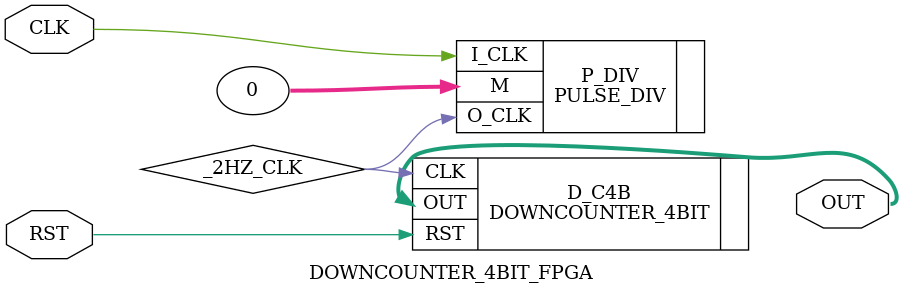
<source format=v>
`timescale 1ns / 1ps
`include "PULSE_DIV.v"
`include "DOWNCOUNTER_4BIT.v"
module DOWNCOUNTER_4BIT_FPGA(
	input CLK, 
	input RST,
	output [3:0] OUT
);
	wire _2HZ_CLK;
	PULSE_DIV P_DIV(.I_CLK(CLK), .M(0), .O_CLK(_2HZ_CLK));
	DOWNCOUNTER_4BIT D_C4B(.CLK(_2HZ_CLK), .RST(RST), .OUT(OUT));
endmodule

</source>
